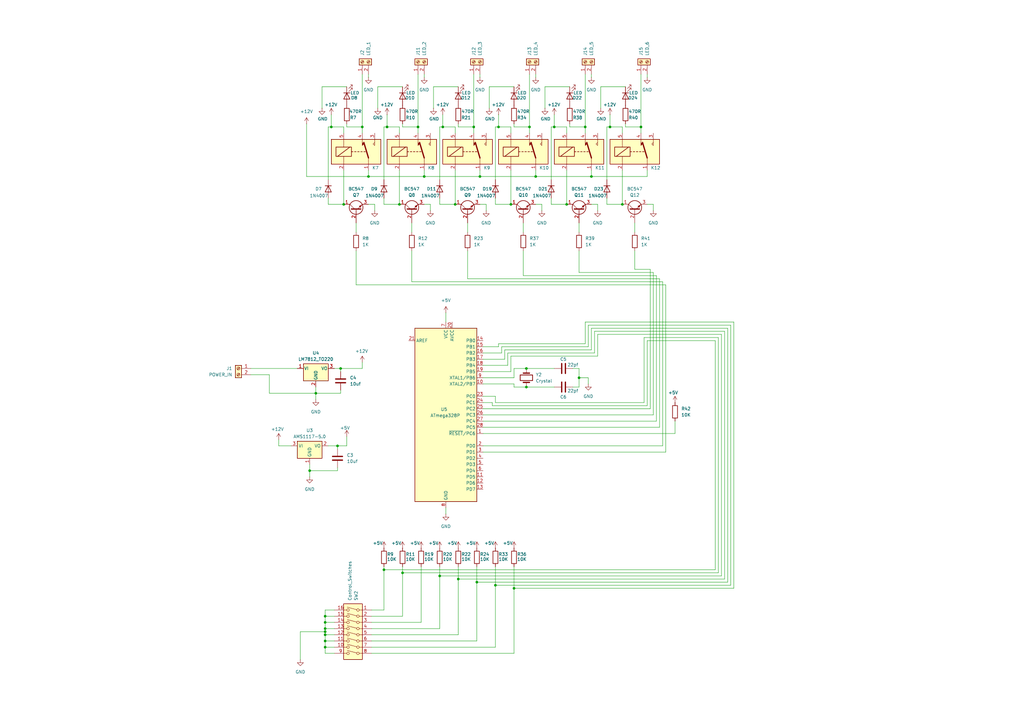
<source format=kicad_sch>
(kicad_sch (version 20231120) (generator "eeschema") (generator_version "8.0")
  (paper "A3")
  (title_block (title "Illuminated Signs control board (6-Pin)") (date "2024-08-31") (rev "1.0") (company "EmbeddedPioneer"))
  (junction (at 250.19 52.07))
  (junction (at 173.99 72.39))
  (junction (at 148.59 52.07))
  (junction (at 158.75 52.07))
  (junction (at 237.49 154.94))
  (junction (at 203.2 240.03))
  (junction (at 210.82 241.3))
  (junction (at 127 193.04))
  (junction (at 204.47 52.07))
  (junction (at 171.45 52.07))
  (junction (at 262.89 52.07))
  (junction (at 135.89 52.07))
  (junction (at 139.7 151.13))
  (junction (at 227.33 52.07))
  (junction (at 181.61 52.07))
  (junction (at 165.1 234.95))
  (junction (at 187.96 237.49))
  (junction (at 133.35 259.08))
  (junction (at 133.35 262.89))
  (junction (at 180.34 236.22))
  (junction (at 240.03 52.07))
  (junction (at 195.58 238.76))
  (junction (at 133.35 260.35))
  (junction (at 219.71 72.39))
  (junction (at 163.83 83.82))
  (junction (at 255.27 83.82))
  (junction (at 157.48 233.68))
  (junction (at 215.9 158.75))
  (junction (at 151.13 72.39))
  (junction (at 186.69 83.82))
  (junction (at 129.54 161.29))
  (junction (at 133.35 257.81))
  (junction (at 133.35 265.43))
  (junction (at 209.55 83.82))
  (junction (at 133.35 255.27))
  (junction (at 133.35 252.73))
  (junction (at 215.9 151.13))
  (junction (at 232.41 83.82))
  (junction (at 138.43 182.88))
  (junction (at 194.31 52.07))
  (junction (at 242.57 72.39))
  (junction (at 196.85 72.39))
  (junction (at 140.97 83.82))
  (junction (at 217.17 52.07))
  (wire (pts (xy 248.92 83.82) (xy 255.27 83.82)))
  (wire (pts (xy 300.99 132.08) (xy 240.03 132.08)))
  (wire (pts (xy 210.82 52.07) (xy 217.17 52.07)))
  (wire (pts (xy 110.49 153.67) (xy 110.49 161.29)))
  (wire (pts (xy 133.35 262.89) (xy 133.35 260.35)))
  (wire (pts (xy 180.34 236.22) (xy 180.34 257.81)))
  (wire (pts (xy 176.53 86.36) (xy 176.53 83.82)))
  (wire (pts (xy 148.59 52.07) (xy 148.59 54.61)))
  (wire (pts (xy 187.96 260.35) (xy 152.4 260.35)))
  (wire (pts (xy 186.69 52.07) (xy 186.69 54.61)))
  (wire (pts (xy 140.97 52.07) (xy 140.97 54.61)))
  (wire (pts (xy 195.58 238.76) (xy 195.58 262.89)))
  (wire (pts (xy 262.89 52.07) (xy 262.89 54.61)))
  (wire (pts (xy 265.43 139.7) (xy 265.43 166.37)))
  (wire (pts (xy 209.55 52.07) (xy 209.55 54.61)))
  (wire (pts (xy 157.48 232.41) (xy 157.48 233.68)))
  (wire (pts (xy 265.43 30.48) (xy 265.43 31.75)))
  (wire (pts (xy 165.1 52.07) (xy 171.45 52.07)))
  (wire (pts (xy 195.58 232.41) (xy 195.58 238.76)))
  (wire (pts (xy 219.71 72.39) (xy 196.85 72.39)))
  (wire (pts (xy 135.89 52.07) (xy 140.97 52.07)))
  (wire (pts (xy 298.45 238.76) (xy 195.58 238.76)))
  (wire (pts (xy 237.49 158.75) (xy 234.95 158.75)))
  (wire (pts (xy 219.71 69.85) (xy 219.71 72.39)))
  (wire (pts (xy 240.03 132.08) (xy 240.03 140.97)))
  (wire (pts (xy 165.1 234.95) (xy 294.64 234.95)))
  (wire (pts (xy 260.35 110.49) (xy 266.7 110.49)))
  (wire (pts (xy 203.2 52.07) (xy 204.47 52.07)))
  (wire (pts (xy 191.77 114.3) (xy 191.77 102.87)))
  (wire (pts (xy 176.53 83.82) (xy 173.99 83.82)))
  (wire (pts (xy 210.82 35.56) (xy 200.66 35.56)))
  (wire (pts (xy 256.54 52.07) (xy 262.89 52.07)))
  (wire (pts (xy 127 193.04) (xy 127 195.58)))
  (wire (pts (xy 237.49 91.44) (xy 237.49 95.25)))
  (wire (pts (xy 248.92 81.28) (xy 248.92 83.82)))
  (wire (pts (xy 203.2 265.43) (xy 152.4 265.43)))
  (wire (pts (xy 240.03 30.48) (xy 240.03 52.07)))
  (wire (pts (xy 154.94 35.56) (xy 154.94 44.45)))
  (wire (pts (xy 142.24 182.88) (xy 142.24 179.07)))
  (wire (pts (xy 200.66 35.56) (xy 200.66 44.45)))
  (wire (pts (xy 237.49 151.13) (xy 237.49 154.94)))
  (wire (pts (xy 205.74 144.78) (xy 198.12 144.78)))
  (wire (pts (xy 142.24 52.07) (xy 148.59 52.07)))
  (wire (pts (xy 134.62 182.88) (xy 138.43 182.88)))
  (wire (pts (xy 266.7 167.64) (xy 198.12 167.64)))
  (wire (pts (xy 168.91 91.44) (xy 168.91 95.25)))
  (wire (pts (xy 299.72 240.03) (xy 203.2 240.03)))
  (wire (pts (xy 133.35 262.89) (xy 137.16 262.89)))
  (wire (pts (xy 186.69 69.85) (xy 186.69 83.82)))
  (wire (pts (xy 293.37 233.68) (xy 157.48 233.68)))
  (wire (pts (xy 172.72 255.27) (xy 152.4 255.27)))
  (wire (pts (xy 242.57 143.51) (xy 207.01 143.51)))
  (wire (pts (xy 204.47 46.99) (xy 204.47 52.07)))
  (wire (pts (xy 215.9 151.13) (xy 227.33 151.13)))
  (wire (pts (xy 157.48 233.68) (xy 157.48 250.19)))
  (wire (pts (xy 123.19 259.08) (xy 133.35 259.08)))
  (wire (pts (xy 198.12 154.94) (xy 210.82 154.94)))
  (wire (pts (xy 157.48 250.19) (xy 152.4 250.19)))
  (wire (pts (xy 241.3 142.24) (xy 205.74 142.24)))
  (wire (pts (xy 293.37 139.7) (xy 293.37 233.68)))
  (wire (pts (xy 146.05 116.84) (xy 273.05 116.84)))
  (wire (pts (xy 242.57 30.48) (xy 242.57 31.75)))
  (wire (pts (xy 173.99 72.39) (xy 151.13 72.39)))
  (wire (pts (xy 242.57 134.62) (xy 242.57 143.51)))
  (wire (pts (xy 168.91 115.57) (xy 271.78 115.57)))
  (wire (pts (xy 205.74 142.24) (xy 205.74 144.78)))
  (wire (pts (xy 194.31 52.07) (xy 194.31 54.61)))
  (wire (pts (xy 298.45 134.62) (xy 242.57 134.62)))
  (wire (pts (xy 226.06 81.28) (xy 226.06 83.82)))
  (wire (pts (xy 139.7 151.13) (xy 148.59 151.13)))
  (wire (pts (xy 300.99 241.3) (xy 210.82 241.3)))
  (wire (pts (xy 248.92 73.66) (xy 248.92 52.07)))
  (wire (pts (xy 222.25 86.36) (xy 222.25 83.82)))
  (wire (pts (xy 201.93 165.1) (xy 198.12 165.1)))
  (wire (pts (xy 240.03 140.97) (xy 204.47 140.97)))
  (wire (pts (xy 295.91 137.16) (xy 295.91 236.22)))
  (wire (pts (xy 214.63 91.44) (xy 214.63 95.25)))
  (wire (pts (xy 195.58 262.89) (xy 152.4 262.89)))
  (wire (pts (xy 181.61 52.07) (xy 186.69 52.07)))
  (wire (pts (xy 299.72 133.35) (xy 299.72 240.03)))
  (wire (pts (xy 232.41 69.85) (xy 232.41 83.82)))
  (wire (pts (xy 146.05 91.44) (xy 146.05 95.25)))
  (wire (pts (xy 203.2 83.82) (xy 209.55 83.82)))
  (wire (pts (xy 140.97 69.85) (xy 140.97 83.82)))
  (wire (pts (xy 237.49 154.94) (xy 237.49 158.75)))
  (wire (pts (xy 172.72 232.41) (xy 172.72 255.27)))
  (wire (pts (xy 177.8 35.56) (xy 177.8 44.45)))
  (wire (pts (xy 241.3 154.94) (xy 237.49 154.94)))
  (wire (pts (xy 165.1 252.73) (xy 152.4 252.73)))
  (wire (pts (xy 210.82 151.13) (xy 215.9 151.13)))
  (wire (pts (xy 199.39 86.36) (xy 199.39 83.82)))
  (wire (pts (xy 233.68 50.8) (xy 233.68 52.07)))
  (wire (pts (xy 157.48 73.66) (xy 157.48 52.07)))
  (wire (pts (xy 271.78 115.57) (xy 271.78 182.88)))
  (wire (pts (xy 214.63 113.03) (xy 269.24 113.03)))
  (wire (pts (xy 214.63 102.87) (xy 214.63 113.03)))
  (wire (pts (xy 256.54 35.56) (xy 246.38 35.56)))
  (wire (pts (xy 203.2 162.56) (xy 198.12 162.56)))
  (wire (pts (xy 182.88 128.27) (xy 182.88 132.08)))
  (wire (pts (xy 133.35 257.81) (xy 137.16 257.81)))
  (wire (pts (xy 133.35 265.43) (xy 137.16 265.43)))
  (wire (pts (xy 163.83 69.85) (xy 163.83 83.82)))
  (wire (pts (xy 146.05 102.87) (xy 146.05 116.84)))
  (wire (pts (xy 204.47 142.24) (xy 198.12 142.24)))
  (wire (pts (xy 148.59 151.13) (xy 148.59 148.59)))
  (wire (pts (xy 123.19 270.51) (xy 123.19 259.08)))
  (wire (pts (xy 134.62 83.82) (xy 140.97 83.82)))
  (wire (pts (xy 165.1 234.95) (xy 165.1 252.73)))
  (wire (pts (xy 203.2 165.1) (xy 203.2 162.56)))
  (wire (pts (xy 264.16 165.1) (xy 203.2 165.1)))
  (wire (pts (xy 246.38 35.56) (xy 246.38 44.45)))
  (wire (pts (xy 222.25 83.82) (xy 219.71 83.82)))
  (wire (pts (xy 203.2 240.03) (xy 203.2 265.43)))
  (wire (pts (xy 181.61 46.99) (xy 181.61 52.07)))
  (wire (pts (xy 208.28 144.78) (xy 208.28 149.86)))
  (wire (pts (xy 217.17 30.48) (xy 217.17 52.07)))
  (wire (pts (xy 207.01 143.51) (xy 207.01 147.32)))
  (wire (pts (xy 151.13 30.48) (xy 151.13 31.75)))
  (wire (pts (xy 148.59 30.48) (xy 148.59 52.07)))
  (wire (pts (xy 210.82 157.48) (xy 210.82 158.75)))
  (wire (pts (xy 240.03 52.07) (xy 240.03 54.61)))
  (wire (pts (xy 182.88 208.28) (xy 182.88 210.82)))
  (wire (pts (xy 299.72 133.35) (xy 241.3 133.35)))
  (wire (pts (xy 129.54 161.29) (xy 139.7 161.29)))
  (wire (pts (xy 245.11 86.36) (xy 245.11 83.82)))
  (wire (pts (xy 191.77 91.44) (xy 191.77 95.25)))
  (wire (pts (xy 294.64 138.43) (xy 294.64 234.95)))
  (wire (pts (xy 242.57 83.82) (xy 245.11 83.82)))
  (wire (pts (xy 203.2 232.41) (xy 203.2 240.03)))
  (wire (pts (xy 227.33 52.07) (xy 232.41 52.07)))
  (wire (pts (xy 157.48 83.82) (xy 163.83 83.82)))
  (wire (pts (xy 171.45 30.48) (xy 171.45 52.07)))
  (wire (pts (xy 129.54 161.29) (xy 129.54 158.75)))
  (wire (pts (xy 204.47 140.97) (xy 204.47 142.24)))
  (wire (pts (xy 135.89 46.99) (xy 135.89 52.07)))
  (wire (pts (xy 133.35 257.81) (xy 133.35 255.27)))
  (wire (pts (xy 207.01 147.32) (xy 198.12 147.32)))
  (wire (pts (xy 132.08 35.56) (xy 132.08 44.45)))
  (wire (pts (xy 265.43 166.37) (xy 201.93 166.37)))
  (wire (pts (xy 270.51 175.26) (xy 198.12 175.26)))
  (wire (pts (xy 232.41 52.07) (xy 232.41 54.61)))
  (wire (pts (xy 210.82 241.3) (xy 210.82 267.97)))
  (wire (pts (xy 273.05 116.84) (xy 273.05 185.42)))
  (wire (pts (xy 165.1 232.41) (xy 165.1 234.95)))
  (wire (pts (xy 142.24 50.8) (xy 142.24 52.07)))
  (wire (pts (xy 134.62 52.07) (xy 135.89 52.07)))
  (wire (pts (xy 196.85 69.85) (xy 196.85 72.39)))
  (wire (pts (xy 266.7 110.49) (xy 266.7 167.64)))
  (wire (pts (xy 134.62 73.66) (xy 134.62 52.07)))
  (wire (pts (xy 226.06 52.07) (xy 227.33 52.07)))
  (wire (pts (xy 127 190.5) (xy 127 193.04)))
  (wire (pts (xy 114.3 182.88) (xy 114.3 180.34)))
  (wire (pts (xy 250.19 46.99) (xy 250.19 52.07)))
  (wire (pts (xy 180.34 52.07) (xy 181.61 52.07)))
  (wire (pts (xy 138.43 182.88) (xy 142.24 182.88)))
  (wire (pts (xy 137.16 267.97) (xy 133.35 267.97)))
  (wire (pts (xy 271.78 182.88) (xy 198.12 182.88)))
  (wire (pts (xy 158.75 52.07) (xy 163.83 52.07)))
  (wire (pts (xy 138.43 193.04) (xy 127 193.04)))
  (wire (pts (xy 187.96 232.41) (xy 187.96 237.49)))
  (wire (pts (xy 210.82 50.8) (xy 210.82 52.07)))
  (wire (pts (xy 215.9 158.75) (xy 227.33 158.75)))
  (wire (pts (xy 151.13 69.85) (xy 151.13 72.39)))
  (wire (pts (xy 157.48 52.07) (xy 158.75 52.07)))
  (wire (pts (xy 294.64 138.43) (xy 264.16 138.43)))
  (wire (pts (xy 256.54 50.8) (xy 256.54 52.07)))
  (wire (pts (xy 199.39 83.82) (xy 196.85 83.82)))
  (wire (pts (xy 168.91 102.87) (xy 168.91 115.57)))
  (wire (pts (xy 133.35 250.19) (xy 137.16 250.19)))
  (wire (pts (xy 267.97 111.76) (xy 267.97 170.18)))
  (wire (pts (xy 138.43 191.77) (xy 138.43 193.04)))
  (wire (pts (xy 297.18 135.89) (xy 243.84 135.89)))
  (wire (pts (xy 255.27 69.85) (xy 255.27 83.82)))
  (wire (pts (xy 102.87 151.13) (xy 121.92 151.13)))
  (wire (pts (xy 133.35 260.35) (xy 133.35 259.08)))
  (wire (pts (xy 165.1 50.8) (xy 165.1 52.07)))
  (wire (pts (xy 153.67 83.82) (xy 153.67 86.36)))
  (wire (pts (xy 191.77 114.3) (xy 270.51 114.3)))
  (wire (pts (xy 300.99 132.08) (xy 300.99 241.3)))
  (wire (pts (xy 264.16 138.43) (xy 264.16 165.1)))
  (wire (pts (xy 270.51 114.3) (xy 270.51 175.26)))
  (wire (pts (xy 163.83 52.07) (xy 163.83 54.61)))
  (wire (pts (xy 133.35 260.35) (xy 137.16 260.35)))
  (wire (pts (xy 133.35 252.73) (xy 133.35 250.19)))
  (wire (pts (xy 133.35 252.73) (xy 137.16 252.73)))
  (wire (pts (xy 295.91 236.22) (xy 180.34 236.22)))
  (wire (pts (xy 245.11 137.16) (xy 245.11 146.05)))
  (wire (pts (xy 204.47 52.07) (xy 209.55 52.07)))
  (wire (pts (xy 196.85 30.48) (xy 196.85 31.75)))
  (wire (pts (xy 157.48 81.28) (xy 157.48 83.82)))
  (wire (pts (xy 180.34 232.41) (xy 180.34 236.22)))
  (wire (pts (xy 210.82 158.75) (xy 215.9 158.75)))
  (wire (pts (xy 243.84 144.78) (xy 208.28 144.78)))
  (wire (pts (xy 267.97 83.82) (xy 267.97 86.36)))
  (wire (pts (xy 297.18 135.89) (xy 297.18 237.49)))
  (wire (pts (xy 276.86 177.8) (xy 276.86 172.72)))
  (wire (pts (xy 165.1 35.56) (xy 154.94 35.56)))
  (wire (pts (xy 187.96 50.8) (xy 187.96 52.07)))
  (wire (pts (xy 242.57 72.39) (xy 219.71 72.39)))
  (wire (pts (xy 233.68 52.07) (xy 240.03 52.07)))
  (wire (pts (xy 233.68 35.56) (xy 223.52 35.56)))
  (wire (pts (xy 198.12 177.8) (xy 276.86 177.8)))
  (wire (pts (xy 125.73 50.8) (xy 125.73 72.39)))
  (wire (pts (xy 137.16 151.13) (xy 139.7 151.13)))
  (wire (pts (xy 267.97 170.18) (xy 198.12 170.18)))
  (wire (pts (xy 269.24 172.72) (xy 198.12 172.72)))
  (wire (pts (xy 219.71 30.48) (xy 219.71 31.75)))
  (wire (pts (xy 114.3 182.88) (xy 119.38 182.88)))
  (wire (pts (xy 133.35 267.97) (xy 133.35 265.43)))
  (wire (pts (xy 241.3 133.35) (xy 241.3 142.24)))
  (wire (pts (xy 187.96 35.56) (xy 177.8 35.56)))
  (wire (pts (xy 173.99 69.85) (xy 173.99 72.39)))
  (wire (pts (xy 209.55 152.4) (xy 198.12 152.4)))
  (wire (pts (xy 173.99 30.48) (xy 173.99 31.75)))
  (wire (pts (xy 248.92 52.07) (xy 250.19 52.07)))
  (wire (pts (xy 133.35 255.27) (xy 137.16 255.27)))
  (wire (pts (xy 298.45 134.62) (xy 298.45 238.76)))
  (wire (pts (xy 133.35 255.27) (xy 133.35 252.73)))
  (wire (pts (xy 210.82 232.41) (xy 210.82 241.3)))
  (wire (pts (xy 217.17 52.07) (xy 217.17 54.61)))
  (wire (pts (xy 110.49 161.29) (xy 129.54 161.29)))
  (wire (pts (xy 129.54 161.29) (xy 129.54 163.83)))
  (wire (pts (xy 245.11 146.05) (xy 209.55 146.05)))
  (wire (pts (xy 194.31 30.48) (xy 194.31 52.07)))
  (wire (pts (xy 260.35 102.87) (xy 260.35 110.49)))
  (wire (pts (xy 242.57 69.85) (xy 242.57 72.39)))
  (wire (pts (xy 133.35 259.08) (xy 133.35 257.81)))
  (wire (pts (xy 234.95 151.13) (xy 237.49 151.13)))
  (wire (pts (xy 151.13 72.39) (xy 125.73 72.39)))
  (wire (pts (xy 237.49 111.76) (xy 237.49 102.87)))
  (wire (pts (xy 138.43 182.88) (xy 138.43 184.15)))
  (wire (pts (xy 187.96 52.07) (xy 194.31 52.07)))
  (wire (pts (xy 187.96 237.49) (xy 187.96 260.35)))
  (wire (pts (xy 139.7 152.4) (xy 139.7 151.13)))
  (wire (pts (xy 295.91 137.16) (xy 245.11 137.16)))
  (wire (pts (xy 142.24 35.56) (xy 132.08 35.56)))
  (wire (pts (xy 265.43 72.39) (xy 242.57 72.39)))
  (wire (pts (xy 223.52 35.56) (xy 223.52 44.45)))
  (wire (pts (xy 260.35 91.44) (xy 260.35 95.25)))
  (wire (pts (xy 262.89 30.48) (xy 262.89 52.07)))
  (wire (pts (xy 180.34 83.82) (xy 186.69 83.82)))
  (wire (pts (xy 210.82 151.13) (xy 210.82 154.94)))
  (wire (pts (xy 250.19 52.07) (xy 255.27 52.07)))
  (wire (pts (xy 171.45 52.07) (xy 171.45 54.61)))
  (wire (pts (xy 198.12 157.48) (xy 210.82 157.48)))
  (wire (pts (xy 297.18 237.49) (xy 187.96 237.49)))
  (wire (pts (xy 133.35 265.43) (xy 133.35 262.89)))
  (wire (pts (xy 226.06 73.66) (xy 226.06 52.07)))
  (wire (pts (xy 201.93 166.37) (xy 201.93 165.1)))
  (wire (pts (xy 158.75 46.99) (xy 158.75 52.07)))
  (wire (pts (xy 203.2 73.66) (xy 203.2 52.07)))
  (wire (pts (xy 152.4 267.97) (xy 210.82 267.97)))
  (wire (pts (xy 269.24 113.03) (xy 269.24 172.72)))
  (wire (pts (xy 255.27 52.07) (xy 255.27 54.61)))
  (wire (pts (xy 180.34 81.28) (xy 180.34 83.82)))
  (wire (pts (xy 203.2 81.28) (xy 203.2 83.82)))
  (wire (pts (xy 241.3 157.48) (xy 241.3 154.94)))
  (wire (pts (xy 180.34 73.66) (xy 180.34 52.07)))
  (wire (pts (xy 209.55 146.05) (xy 209.55 152.4)))
  (wire (pts (xy 134.62 81.28) (xy 134.62 83.82)))
  (wire (pts (xy 196.85 72.39) (xy 173.99 72.39)))
  (wire (pts (xy 237.49 111.76) (xy 267.97 111.76)))
  (wire (pts (xy 293.37 139.7) (xy 265.43 139.7)))
  (wire (pts (xy 209.55 69.85) (xy 209.55 83.82)))
  (wire (pts (xy 265.43 69.85) (xy 265.43 72.39)))
  (wire (pts (xy 243.84 135.89) (xy 243.84 144.78)))
  (wire (pts (xy 265.43 83.82) (xy 267.97 83.82)))
  (wire (pts (xy 180.34 257.81) (xy 152.4 257.81)))
  (wire (pts (xy 227.33 46.99) (xy 227.33 52.07)))
  (wire (pts (xy 226.06 83.82) (xy 232.41 83.82)))
  (wire (pts (xy 102.87 153.67) (xy 110.49 153.67)))
  (wire (pts (xy 208.28 149.86) (xy 198.12 149.86)))
  (wire (pts (xy 151.13 83.82) (xy 153.67 83.82)))
  (wire (pts (xy 273.05 185.42) (xy 198.12 185.42)))
  (wire (pts (xy 139.7 161.29) (xy 139.7 160.02)))
  (symbol (lib_id "Connector:Screw_Terminal_01x02") (at 148.59 25.4 90) (unit 1)
    (property "Reference" "J2" (at 148.5899 22.86 0) (effects (justify left)))
    (property "Value" "LED_1" (at 151.1299 22.86 0) (effects (justify left)))
    (property "Description" "Generic screw terminal, single row, 01x02, script generated (kicad-library-utils/schlib/autogen/connector/)" (effects (hide yes)))
  )
  (symbol (lib_id "Device:R") (at 165.1 46.99 0) (mirror x) (unit 1)
    (property "Reference" "R10" (at 166.37 48.26 0) (effects (justify left)))
    (property "Value" "470R" (at 166.37 45.72 0) (effects (justify left)))
    (property "Footprint" "Resistor_THT:R_Axial_DIN0207_L6.3mm_D2.5mm_P10.16mm_Horizontal" (effects (hide yes)))
    (property "Description" "Resistor" (effects (hide yes)))
  )
  (symbol (lib_id "power:+12V") (at 114.3 180.34 0) (unit 1)
    (property "Reference" "#PWR05" (effects (hide yes)))
    (property "Value" "+12V" (at 113.792 176.022 0))
    (property "Description" "Power symbol creates a global label with name \"+12V\"" (effects (hide yes)))
  )
  (symbol (lib_id "Device:R") (at 195.58 228.6 0) (unit 1)
    (property "Reference" "R24" (at 196.85 227.33 0) (effects (justify left)))
    (property "Value" "10K" (at 196.85 229.362 0) (effects (justify left)))
    (property "Footprint" "Resistor_THT:R_Axial_DIN0207_L6.3mm_D2.5mm_P10.16mm_Horizontal" (effects (hide yes)))
    (property "Description" "Resistor" (effects (hide yes)))
  )
  (symbol (lib_id "Device:R") (at 210.82 46.99 0) (mirror x) (unit 1)
    (property "Reference" "R34" (at 212.09 48.26 0) (effects (justify left)))
    (property "Value" "470R" (at 212.09 45.72 0) (effects (justify left)))
    (property "Footprint" "Resistor_THT:R_Axial_DIN0207_L6.3mm_D2.5mm_P10.16mm_Horizontal" (effects (hide yes)))
    (property "Description" "Resistor" (effects (hide yes)))
  )
  (symbol (lib_id "power:+5V") (at 158.75 46.99 0) (unit 1)
    (property "Reference" "#PWR028" (effects (hide yes)))
    (property "Value" "+12V" (at 155.956 42.926 0) (effects (justify left)))
    (property "Description" "Power symbol creates a global label with name \"+5V\"" (effects (hide yes)))
  )
  (symbol (lib_id "Device:R") (at 210.82 228.6 0) (unit 1)
    (property "Reference" "R36" (at 212.09 227.33 0) (effects (justify left)))
    (property "Value" "10K" (at 212.09 229.362 0) (effects (justify left)))
    (property "Footprint" "Resistor_THT:R_Axial_DIN0207_L6.3mm_D2.5mm_P10.16mm_Horizontal" (effects (hide yes)))
    (property "Description" "Resistor" (effects (hide yes)))
  )
  (symbol (lib_id "Transistor_BJT:BC547") (at 260.35 86.36 90) (unit 1)
    (property "Reference" "Q12" (at 260.35 80.01 90))
    (property "Value" "BC547" (at 260.35 77.47 90))
    (property "Footprint" "Package_TO_SOT_THT:TO-92_Inline" (effects (hide yes)))
    (property "Datasheet" "https://www.onsemi.com/pub/Collateral/BC550-D.pdf" (effects (hide yes)))
    (property "Description" "0.1A Ic, 45V Vce, Small Signal NPN Transistor, TO-92" (effects (hide yes)))
  )
  (symbol (lib_id "power:GND") (at 129.54 163.83 0) (unit 1)
    (property "Reference" "#PWR013" (effects (hide yes)))
    (property "Value" "GND" (at 129.54 168.91 0))
    (property "Description" "Power symbol creates a global label with name \"GND\" , ground" (effects (hide yes)))
  )
  (symbol (lib_id "Diode:1N4007") (at 180.34 77.47 270) (unit 1)
    (property "Reference" "D11" (at 175.006 77.47 90) (effects (justify left)))
    (property "Value" "1N4007" (at 172.72 80.264 90) (effects (justify left)))
    (property "Footprint" "Diode_THT:D_DO-41_SOD81_P10.16mm_Horizontal" (effects (hide yes)))
    (property "Datasheet" "http://www.vishay.com/docs/88503/1n4001.pdf" (effects (hide yes)))
    (property "Description" "1000V 1A General Purpose Rectifier Diode, DO-41" (effects (hide yes)))
    (property "Sim.Device" "D" (effects (hide yes)))
    (property "Sim.Pins" "1=K 2=A" (effects (hide yes)))
  )
  (symbol (lib_id "power:GND") (at 153.67 86.36 0) (unit 1)
    (property "Reference" "#PWR025" (effects (hide yes)))
    (property "Value" "GND" (at 153.67 91.44 0))
    (property "Description" "Power symbol creates a global label with name \"GND\" , ground" (effects (hide yes)))
  )
  (symbol (lib_id "Relay:SANYOU_SRD_Form_C") (at 168.91 62.23 0) (unit 1)
    (property "Reference" "K8" (at 175.514 68.834 0) (effects (justify left)))
    (property "Value" "SANYOU_SRD_Form_C" (effects (hide yes)))
    (property "Footprint" "Relay_THT:Relay_SPDT_SANYOU_SRD_Series_Form_C" (effects (hide yes)))
    (property "Datasheet" "http://www.sanyourelay.ca/public/products/pdf/SRD.pdf" (effects (hide yes)))
    (property "Description" "Sanyo SRD relay, Single Pole Miniature Power Relay," (effects (hide yes)))
  )
  (symbol (lib_id "Diode:1N4007") (at 157.48 77.47 270) (unit 1)
    (property "Reference" "D9" (at 152.146 77.47 90) (effects (justify left)))
    (property "Value" "1N4007" (at 149.86 80.264 90) (effects (justify left)))
    (property "Footprint" "Diode_THT:D_DO-41_SOD81_P10.16mm_Horizontal" (effects (hide yes)))
    (property "Datasheet" "http://www.vishay.com/docs/88503/1n4001.pdf" (effects (hide yes)))
    (property "Description" "1000V 1A General Purpose Rectifier Diode, DO-41" (effects (hide yes)))
    (property "Sim.Device" "D" (effects (hide yes)))
    (property "Sim.Pins" "1=K 2=A" (effects (hide yes)))
  )
  (symbol (lib_id "Connector:Screw_Terminal_01x02") (at 262.89 25.4 90) (unit 1)
    (property "Reference" "J15" (at 262.8899 22.86 0) (effects (justify left)))
    (property "Value" "LED_6" (at 265.4299 22.86 0) (effects (justify left)))
    (property "Description" "Generic screw terminal, single row, 01x02, script generated (kicad-library-utils/schlib/autogen/connector/)" (effects (hide yes)))
  )
  (symbol (lib_id "power:+5V") (at 276.86 165.1 0) (unit 1)
    (property "Reference" "#PWR082" (effects (hide yes)))
    (property "Value" "+5V" (at 276.098 161.036 0))
    (property "Description" "Power symbol creates a global label with name \"+5V\"" (effects (hide yes)))
  )
  (symbol (lib_id "Switch:SW_DIP_x08") (at 144.78 260.35 0) (mirror y) (unit 1)
    (property "Reference" "SW2" (at 146.0501 246.38 90) (effects (justify left)))
    (property "Value" "Control_Switches" (at 143.5101 246.38 90) (effects (justify left)))
    (property "Footprint" "Button_Switch_THT:SW_DIP_SPSTx08_Slide_9.78x22.5mm_W7.62mm_P2.54mm" (effects (hide yes)))
    (property "Description" "8x DIP Switch, Single Pole Single Throw (SPST) switch, small symbol" (effects (hide yes)))
  )
  (symbol (lib_id "Device:R") (at 276.86 168.91 0) (unit 1)
    (property "Reference" "R42" (at 279.4 167.6399 0) (effects (justify left)))
    (property "Value" "10K" (at 279.4 170.1799 0) (effects (justify left)))
    (property "Footprint" "Resistor_THT:R_Axial_DIN0207_L6.3mm_D2.5mm_P10.16mm_Horizontal" (effects (hide yes)))
    (property "Description" "Resistor" (effects (hide yes)))
  )
  (symbol (lib_id "power:GND") (at 154.94 44.45 0) (unit 1)
    (property "Reference" "#PWR026" (effects (hide yes)))
    (property "Value" "GND" (at 154.94 48.26 0))
    (property "Description" "Power symbol creates a global label with name \"GND\" , ground" (effects (hide yes)))
  )
  (symbol (lib_id "power:GND") (at 123.19 270.51 0) (unit 1)
    (property "Reference" "#PWR06" (effects (hide yes)))
    (property "Value" "GND" (at 123.19 275.59 0))
    (property "Description" "Power symbol creates a global label with name \"GND\" , ground" (effects (hide yes)))
  )
  (symbol (lib_id "power:+5V") (at 165.1 224.79 0) (unit 1)
    (property "Reference" "#PWR029" (effects (hide yes)))
    (property "Value" "+5V" (at 162.56 222.758 0))
    (property "Description" "Power symbol creates a global label with name \"+5V\"" (effects (hide yes)))
  )
  (symbol (lib_id "Transistor_BJT:BC547") (at 214.63 86.36 90) (unit 1)
    (property "Reference" "Q10" (at 214.63 80.01 90))
    (property "Value" "BC547" (at 214.63 77.47 90))
    (property "Footprint" "Package_TO_SOT_THT:TO-92_Inline" (effects (hide yes)))
    (property "Datasheet" "https://www.onsemi.com/pub/Collateral/BC550-D.pdf" (effects (hide yes)))
    (property "Description" "0.1A Ic, 45V Vce, Small Signal NPN Transistor, TO-92" (effects (hide yes)))
  )
  (symbol (lib_id "Relay:SANYOU_SRD_Form_C") (at 214.63 62.23 0) (unit 1)
    (property "Reference" "K10" (at 221.234 68.834 0) (effects (justify left)))
    (property "Value" "SANYOU_SRD_Form_C" (effects (hide yes)))
    (property "Footprint" "Relay_THT:Relay_SPDT_SANYOU_SRD_Series_Form_C" (effects (hide yes)))
    (property "Datasheet" "http://www.sanyourelay.ca/public/products/pdf/SRD.pdf" (effects (hide yes)))
    (property "Description" "Sanyo SRD relay, Single Pole Miniature Power Relay," (effects (hide yes)))
  )
  (symbol (lib_id "Connector:Screw_Terminal_01x02") (at 217.17 25.4 90) (unit 1)
    (property "Reference" "J13" (at 217.1699 22.86 0) (effects (justify left)))
    (property "Value" "LED_4" (at 219.7099 22.86 0) (effects (justify left)))
    (property "Description" "Generic screw terminal, single row, 01x02, script generated (kicad-library-utils/schlib/autogen/connector/)" (effects (hide yes)))
  )
  (symbol (lib_id "Device:LED") (at 256.54 39.37 90) (mirror x) (unit 1)
    (property "Reference" "D24" (at 259.588 40.132 90))
    (property "Value" "LED" (at 259.842 38.1 90))
    (property "Footprint" "LED_THT:LED_D3.0mm" (effects (hide yes)))
    (property "Description" "Light emitting diode" (effects (hide yes)))
  )
  (symbol (lib_id "Connector:Screw_Terminal_01x02") (at 194.31 25.4 90) (unit 1)
    (property "Reference" "J12" (at 194.3099 22.86 0) (effects (justify left)))
    (property "Value" "LED_3" (at 196.8499 22.86 0) (effects (justify left)))
    (property "Description" "Generic screw terminal, single row, 01x02, script generated (kicad-library-utils/schlib/autogen/connector/)" (effects (hide yes)))
  )
  (symbol (lib_id "Relay:SANYOU_SRD_Form_C") (at 260.35 62.23 0) (unit 1)
    (property "Reference" "K12" (at 266.954 68.834 0) (effects (justify left)))
    (property "Value" "SANYOU_SRD_Form_C" (effects (hide yes)))
    (property "Footprint" "Relay_THT:Relay_SPDT_SANYOU_SRD_Series_Form_C" (effects (hide yes)))
    (property "Datasheet" "http://www.sanyourelay.ca/public/products/pdf/SRD.pdf" (effects (hide yes)))
    (property "Description" "Sanyo SRD relay, Single Pole Miniature Power Relay," (effects (hide yes)))
  )
  (symbol (lib_id "power:GND") (at 267.97 86.36 0) (unit 1)
    (property "Reference" "#PWR081" (effects (hide yes)))
    (property "Value" "GND" (at 267.97 91.44 0))
    (property "Description" "Power symbol creates a global label with name \"GND\" , ground" (effects (hide yes)))
  )
  (symbol (lib_id "Device:R") (at 146.05 99.06 0) (unit 1)
    (property "Reference" "R8" (at 148.59 97.7899 0) (effects (justify left)))
    (property "Value" "1K" (at 148.59 100.3299 0) (effects (justify left)))
    (property "Footprint" "Resistor_THT:R_Axial_DIN0207_L6.3mm_D2.5mm_P10.16mm_Horizontal" (effects (hide yes)))
    (property "Description" "Resistor" (effects (hide yes)))
  )
  (symbol (lib_id "power:+5V") (at 142.24 179.07 0) (unit 1)
    (property "Reference" "#PWR016" (effects (hide yes)))
    (property "Value" "+5V" (at 141.478 175.514 0))
    (property "Description" "Power symbol creates a global label with name \"+5V\"" (effects (hide yes)))
  )
  (symbol (lib_id "power:+5V") (at 181.61 46.99 0) (unit 1)
    (property "Reference" "#PWR042" (effects (hide yes)))
    (property "Value" "+12V" (at 178.816 42.926 0) (effects (justify left)))
    (property "Description" "Power symbol creates a global label with name \"+5V\"" (effects (hide yes)))
  )
  (symbol (lib_id "Transistor_BJT:BC547") (at 146.05 86.36 90) (unit 1)
    (property "Reference" "Q7" (at 146.05 80.01 90))
    (property "Value" "BC547" (at 146.05 77.47 90))
    (property "Footprint" "Package_TO_SOT_THT:TO-92_Inline" (effects (hide yes)))
    (property "Datasheet" "https://www.onsemi.com/pub/Collateral/BC550-D.pdf" (effects (hide yes)))
    (property "Description" "0.1A Ic, 45V Vce, Small Signal NPN Transistor, TO-92" (effects (hide yes)))
  )
  (symbol (lib_id "Device:LED") (at 210.82 39.37 90) (mirror x) (unit 1)
    (property "Reference" "D20" (at 213.868 40.132 90))
    (property "Value" "LED" (at 214.122 38.1 90))
    (property "Footprint" "LED_THT:LED_D3.0mm" (effects (hide yes)))
    (property "Description" "Light emitting diode" (effects (hide yes)))
  )
  (symbol (lib_id "Device:R") (at 165.1 228.6 0) (unit 1)
    (property "Reference" "R11" (at 166.37 227.33 0) (effects (justify left)))
    (property "Value" "10K" (at 166.37 229.362 0) (effects (justify left)))
    (property "Footprint" "Resistor_THT:R_Axial_DIN0207_L6.3mm_D2.5mm_P10.16mm_Horizontal" (effects (hide yes)))
    (property "Description" "Resistor" (effects (hide yes)))
  )
  (symbol (lib_id "power:GND") (at 200.66 44.45 0) (unit 1)
    (property "Reference" "#PWR055" (effects (hide yes)))
    (property "Value" "GND" (at 200.914 48.768 0))
    (property "Description" "Power symbol creates a global label with name \"GND\" , ground" (effects (hide yes)))
  )
  (symbol (lib_id "Connector:Screw_Terminal_01x02") (at 240.03 25.4 90) (unit 1)
    (property "Reference" "J14" (at 240.0299 22.86 0) (effects (justify left)))
    (property "Value" "LED_5" (at 242.5699 22.86 0) (effects (justify left)))
    (property "Description" "Generic screw terminal, single row, 01x02, script generated (kicad-library-utils/schlib/autogen/connector/)" (effects (hide yes)))
  )
  (symbol (lib_id "Relay:SANYOU_SRD_Form_C") (at 146.05 62.23 0) (unit 1)
    (property "Reference" "K7" (at 152.654 68.834 0) (effects (justify left)))
    (property "Value" "SANYOU_SRD_Form_C" (effects (hide yes)))
    (property "Footprint" "Relay_THT:Relay_SPDT_SANYOU_SRD_Series_Form_C" (effects (hide yes)))
    (property "Datasheet" "http://www.sanyourelay.ca/public/products/pdf/SRD.pdf" (effects (hide yes)))
    (property "Description" "Sanyo SRD relay, Single Pole Miniature Power Relay," (effects (hide yes)))
  )
  (symbol (lib_id "Device:R") (at 260.35 99.06 0) (unit 1)
    (property "Reference" "R41" (at 262.89 97.7899 0) (effects (justify left)))
    (property "Value" "1K" (at 262.89 100.3299 0) (effects (justify left)))
    (property "Footprint" "Resistor_THT:R_Axial_DIN0207_L6.3mm_D2.5mm_P10.16mm_Horizontal" (effects (hide yes)))
    (property "Description" "Resistor" (effects (hide yes)))
  )
  (symbol (lib_id "Connector:Screw_Terminal_01x02") (at 171.45 25.4 90) (unit 1)
    (property "Reference" "J11" (at 171.4499 22.86 0) (effects (justify left)))
    (property "Value" "LED_2" (at 173.9899 22.86 0) (effects (justify left)))
    (property "Description" "Generic screw terminal, single row, 01x02, script generated (kicad-library-utils/schlib/autogen/connector/)" (effects (hide yes)))
  )
  (symbol (lib_id "Diode:1N4007") (at 226.06 77.47 270) (unit 1)
    (property "Reference" "D21" (at 220.726 77.47 90) (effects (justify left)))
    (property "Value" "1N4007" (at 218.44 80.264 90) (effects (justify left)))
    (property "Footprint" "Diode_THT:D_DO-41_SOD81_P10.16mm_Horizontal" (effects (hide yes)))
    (property "Datasheet" "http://www.vishay.com/docs/88503/1n4001.pdf" (effects (hide yes)))
    (property "Description" "1000V 1A General Purpose Rectifier Diode, DO-41" (effects (hide yes)))
    (property "Sim.Device" "D" (effects (hide yes)))
    (property "Sim.Pins" "1=K 2=A" (effects (hide yes)))
  )
  (symbol (lib_id "power:GND") (at 176.53 86.36 0) (unit 1)
    (property "Reference" "#PWR039" (effects (hide yes)))
    (property "Value" "GND" (at 176.53 91.44 0))
    (property "Description" "Power symbol creates a global label with name \"GND\" , ground" (effects (hide yes)))
  )
  (symbol (lib_id "power:+5V") (at 227.33 46.99 0) (unit 1)
    (property "Reference" "#PWR074" (effects (hide yes)))
    (property "Value" "+12V" (at 224.536 42.926 0) (effects (justify left)))
    (property "Description" "Power symbol creates a global label with name \"+5V\"" (effects (hide yes)))
  )
  (symbol (lib_id "power:GND") (at 222.25 86.36 0) (unit 1)
    (property "Reference" "#PWR070" (effects (hide yes)))
    (property "Value" "GND" (at 222.25 91.44 0))
    (property "Description" "Power symbol creates a global label with name \"GND\" , ground" (effects (hide yes)))
  )
  (symbol (lib_id "power:+5V") (at 182.88 128.27 0) (unit 1)
    (property "Reference" "#PWR043" (effects (hide yes)))
    (property "Value" "+5V" (at 182.88 123.19 0))
    (property "Description" "Power symbol creates a global label with name \"+5V\"" (effects (hide yes)))
  )
  (symbol (lib_id "Diode:1N4007") (at 248.92 77.47 270) (unit 1)
    (property "Reference" "D23" (at 243.586 77.47 90) (effects (justify left)))
    (property "Value" "1N4007" (at 241.3 80.264 90) (effects (justify left)))
    (property "Footprint" "Diode_THT:D_DO-41_SOD81_P10.16mm_Horizontal" (effects (hide yes)))
    (property "Datasheet" "http://www.vishay.com/docs/88503/1n4001.pdf" (effects (hide yes)))
    (property "Description" "1000V 1A General Purpose Rectifier Diode, DO-41" (effects (hide yes)))
    (property "Sim.Device" "D" (effects (hide yes)))
    (property "Sim.Pins" "1=K 2=A" (effects (hide yes)))
  )
  (symbol (lib_id "Device:R") (at 233.68 46.99 0) (mirror x) (unit 1)
    (property "Reference" "R38" (at 234.95 48.26 0) (effects (justify left)))
    (property "Value" "470R" (at 234.95 45.72 0) (effects (justify left)))
    (property "Footprint" "Resistor_THT:R_Axial_DIN0207_L6.3mm_D2.5mm_P10.16mm_Horizontal" (effects (hide yes)))
    (property "Description" "Resistor" (effects (hide yes)))
  )
  (symbol (lib_id "power:GND") (at 241.3 157.48 0) (unit 1)
    (property "Reference" "#PWR075" (effects (hide yes)))
    (property "Value" "GND" (at 241.3 162.56 0))
    (property "Description" "Power symbol creates a global label with name \"GND\" , ground" (effects (hide yes)))
  )
  (symbol (lib_id "power:GND") (at 196.85 31.75 0) (unit 1)
    (property "Reference" "#PWR053" (effects (hide yes)))
    (property "Value" "GND" (at 196.85 36.83 0))
    (property "Description" "Power symbol creates a global label with name \"GND\" , ground" (effects (hide yes)))
  )
  (symbol (lib_id "Device:R") (at 168.91 99.06 0) (unit 1)
    (property "Reference" "R12" (at 171.45 97.7899 0) (effects (justify left)))
    (property "Value" "1K" (at 171.45 100.3299 0) (effects (justify left)))
    (property "Footprint" "Resistor_THT:R_Axial_DIN0207_L6.3mm_D2.5mm_P10.16mm_Horizontal" (effects (hide yes)))
    (property "Description" "Resistor" (effects (hide yes)))
  )
  (symbol (lib_id "Device:R") (at 172.72 228.6 0) (unit 1)
    (property "Reference" "R19" (at 173.99 227.33 0) (effects (justify left)))
    (property "Value" "10K" (at 173.99 229.362 0) (effects (justify left)))
    (property "Footprint" "Resistor_THT:R_Axial_DIN0207_L6.3mm_D2.5mm_P10.16mm_Horizontal" (effects (hide yes)))
    (property "Description" "Resistor" (effects (hide yes)))
  )
  (symbol (lib_id "Device:LED") (at 165.1 39.37 90) (mirror x) (unit 1)
    (property "Reference" "D10" (at 168.148 40.132 90))
    (property "Value" "LED" (at 168.402 38.1 90))
    (property "Footprint" "LED_THT:LED_D3.0mm" (effects (hide yes)))
    (property "Description" "Light emitting diode" (effects (hide yes)))
  )
  (symbol (lib_id "Device:R") (at 142.24 46.99 0) (mirror x) (unit 1)
    (property "Reference" "R7" (at 143.51 48.26 0) (effects (justify left)))
    (property "Value" "470R" (at 143.256 45.72 0) (effects (justify left)))
    (property "Footprint" "Resistor_THT:R_Axial_DIN0207_L6.3mm_D2.5mm_P10.16mm_Horizontal" (effects (hide yes)))
    (property "Description" "Resistor" (effects (hide yes)))
  )
  (symbol (lib_id "Device:R") (at 180.34 228.6 0) (unit 1)
    (property "Reference" "R20" (at 181.61 227.33 0) (effects (justify left)))
    (property "Value" "10K" (at 181.61 229.362 0) (effects (justify left)))
    (property "Footprint" "Resistor_THT:R_Axial_DIN0207_L6.3mm_D2.5mm_P10.16mm_Horizontal" (effects (hide yes)))
    (property "Description" "Resistor" (effects (hide yes)))
  )
  (symbol (lib_id "power:+12V") (at 125.73 50.8 0) (unit 1)
    (property "Reference" "#PWR011" (effects (hide yes)))
    (property "Value" "+12V" (at 125.73 45.72 0))
    (property "Description" "Power symbol creates a global label with name \"+12V\"" (effects (hide yes)))
  )
  (symbol (lib_id "Device:C") (at 139.7 156.21 0) (unit 1)
    (property "Reference" "C4" (at 143.51 154.9399 0) (effects (justify left)))
    (property "Value" "10uf" (at 143.51 157.4799 0) (effects (justify left)))
    (property "Description" "Unpolarized capacitor" (effects (hide yes)))
  )
  (symbol (lib_id "Device:R") (at 187.96 228.6 0) (unit 1)
    (property "Reference" "R22" (at 189.23 227.33 0) (effects (justify left)))
    (property "Value" "10K" (at 189.23 229.362 0) (effects (justify left)))
    (property "Footprint" "Resistor_THT:R_Axial_DIN0207_L6.3mm_D2.5mm_P10.16mm_Horizontal" (effects (hide yes)))
    (property "Description" "Resistor" (effects (hide yes)))
  )
  (symbol (lib_id "power:GND") (at 223.52 44.45 0) (unit 1)
    (property "Reference" "#PWR073" (effects (hide yes)))
    (property "Value" "GND" (at 223.774 48.768 0))
    (property "Description" "Power symbol creates a global label with name \"GND\" , ground" (effects (hide yes)))
  )
  (symbol (lib_id "Device:LED") (at 187.96 39.37 90) (mirror x) (unit 1)
    (property "Reference" "D12" (at 191.008 40.132 90))
    (property "Value" "LED" (at 191.262 38.1 90))
    (property "Footprint" "LED_THT:LED_D3.0mm" (effects (hide yes)))
    (property "Description" "Light emitting diode" (effects (hide yes)))
  )
  (symbol (lib_id "power:+5V") (at 250.19 46.99 0) (unit 1)
    (property "Reference" "#PWR079" (effects (hide yes)))
    (property "Value" "+12V" (at 247.396 42.926 0) (effects (justify left)))
    (property "Description" "Power symbol creates a global label with name \"+5V\"" (effects (hide yes)))
  )
  (symbol (lib_id "Device:R") (at 256.54 46.99 0) (mirror x) (unit 1)
    (property "Reference" "R40" (at 257.81 48.26 0) (effects (justify left)))
    (property "Value" "470R" (at 257.81 45.72 0) (effects (justify left)))
    (property "Footprint" "Resistor_THT:R_Axial_DIN0207_L6.3mm_D2.5mm_P10.16mm_Horizontal" (effects (hide yes)))
    (property "Description" "Resistor" (effects (hide yes)))
  )
  (symbol (lib_id "Transistor_BJT:BC547") (at 168.91 86.36 90) (unit 1)
    (property "Reference" "Q8" (at 168.91 80.01 90))
    (property "Value" "BC547" (at 168.91 77.47 90))
    (property "Footprint" "Package_TO_SOT_THT:TO-92_Inline" (effects (hide yes)))
    (property "Datasheet" "https://www.onsemi.com/pub/Collateral/BC550-D.pdf" (effects (hide yes)))
    (property "Description" "0.1A Ic, 45V Vce, Small Signal NPN Transistor, TO-92" (effects (hide yes)))
  )
  (symbol (lib_id "Device:LED") (at 233.68 39.37 90) (mirror x) (unit 1)
    (property "Reference" "D22" (at 236.728 40.132 90))
    (property "Value" "LED" (at 236.982 38.1 90))
    (property "Footprint" "LED_THT:LED_D3.0mm" (effects (hide yes)))
    (property "Description" "Light emitting diode" (effects (hide yes)))
  )
  (symbol (lib_id "power:GND") (at 182.88 210.82 0) (unit 1)
    (property "Reference" "#PWR044" (effects (hide yes)))
    (property "Value" "GND" (at 182.88 215.9 0))
    (property "Description" "Power symbol creates a global label with name \"GND\" , ground" (effects (hide yes)))
  )
  (symbol (lib_id "Regulator_Linear:LM7812_TO220") (at 129.54 151.13 0) (unit 1)
    (property "Reference" "U4" (at 129.54 144.78 0))
    (property "Value" "LM7812_TO220" (at 129.54 147.32 0))
    (property "Footprint" "Package_TO_SOT_THT:TO-220-3_Vertical" (effects (hide yes)))
    (property "Datasheet" "https://www.onsemi.cn/PowerSolutions/document/MC7800-D.PDF" (effects (hide yes)))
    (property "Description" "Positive 1A 35V Linear Regulator, Fixed Output 12V, TO-220" (effects (hide yes)))
  )
  (symbol (lib_id "Device:R") (at 203.2 228.6 0) (unit 1)
    (property "Reference" "R33" (at 204.47 227.33 0) (effects (justify left)))
    (property "Value" "10K" (at 204.47 229.362 0) (effects (justify left)))
    (property "Footprint" "Resistor_THT:R_Axial_DIN0207_L6.3mm_D2.5mm_P10.16mm_Horizontal" (effects (hide yes)))
    (property "Description" "Resistor" (effects (hide yes)))
  )
  (symbol (lib_id "Device:R") (at 214.63 99.06 0) (unit 1)
    (property "Reference" "R37" (at 217.17 97.7899 0) (effects (justify left)))
    (property "Value" "1K" (at 217.17 100.3299 0) (effects (justify left)))
    (property "Footprint" "Resistor_THT:R_Axial_DIN0207_L6.3mm_D2.5mm_P10.16mm_Horizontal" (effects (hide yes)))
    (property "Description" "Resistor" (effects (hide yes)))
  )
  (symbol (lib_id "Connector:Screw_Terminal_01x02") (at 97.79 151.13 0) (mirror y) (unit 1)
    (property "Reference" "J1" (at 95.25 151.1299 0) (effects (justify left)))
    (property "Value" "POWER_IN" (at 95.25 153.6699 0) (effects (justify left)))
    (property "Footprint" "TerminalBlock:TerminalBlock_bornier-2_P5.08mm" (effects (hide yes)))
    (property "Description" "Generic screw terminal, single row, 01x02, script generated (kicad-library-utils/schlib/autogen/connector/)" (effects (hide yes)))
  )
  (symbol (lib_id "Device:R") (at 237.49 99.06 0) (unit 1)
    (property "Reference" "R39" (at 240.03 97.7899 0) (effects (justify left)))
    (property "Value" "1K" (at 240.03 100.3299 0) (effects (justify left)))
    (property "Footprint" "Resistor_THT:R_Axial_DIN0207_L6.3mm_D2.5mm_P10.16mm_Horizontal" (effects (hide yes)))
    (property "Description" "Resistor" (effects (hide yes)))
  )
  (symbol (lib_id "Transistor_BJT:BC547") (at 237.49 86.36 90) (unit 1)
    (property "Reference" "Q11" (at 237.49 80.01 90))
    (property "Value" "BC547" (at 237.49 77.47 90))
    (property "Footprint" "Package_TO_SOT_THT:TO-92_Inline" (effects (hide yes)))
    (property "Datasheet" "https://www.onsemi.com/pub/Collateral/BC550-D.pdf" (effects (hide yes)))
    (property "Description" "0.1A Ic, 45V Vce, Small Signal NPN Transistor, TO-92" (effects (hide yes)))
  )
  (symbol (lib_id "power:GND") (at 245.11 86.36 0) (unit 1)
    (property "Reference" "#PWR077" (effects (hide yes)))
    (property "Value" "GND" (at 245.11 91.44 0))
    (property "Description" "Power symbol creates a global label with name \"GND\" , ground" (effects (hide yes)))
  )
  (symbol (lib_id "Device:C") (at 138.43 187.96 0) (unit 1)
    (property "Reference" "C3" (at 142.24 186.6899 0) (effects (justify left)))
    (property "Value" "10uf" (at 142.24 189.2299 0) (effects (justify left)))
    (property "Description" "Unpolarized capacitor" (effects (hide yes)))
  )
  (symbol (lib_id "power:GND") (at 127 195.58 0) (unit 1)
    (property "Reference" "#PWR012" (effects (hide yes)))
    (property "Value" "GND" (at 127 200.66 0))
    (property "Description" "Power symbol creates a global label with name \"GND\" , ground" (effects (hide yes)))
  )
  (symbol (lib_id "power:+5V") (at 157.48 224.79 0) (unit 1)
    (property "Reference" "#PWR027" (effects (hide yes)))
    (property "Value" "+5V" (at 154.94 222.758 0))
    (property "Description" "Power symbol creates a global label with name \"+5V\"" (effects (hide yes)))
  )
  (symbol (lib_id "Relay:SANYOU_SRD_Form_C") (at 237.49 62.23 0) (unit 1)
    (property "Reference" "K11" (at 244.094 68.834 0) (effects (justify left)))
    (property "Value" "SANYOU_SRD_Form_C" (effects (hide yes)))
    (property "Footprint" "Relay_THT:Relay_SPDT_SANYOU_SRD_Series_Form_C" (effects (hide yes)))
    (property "Datasheet" "http://www.sanyourelay.ca/public/products/pdf/SRD.pdf" (effects (hide yes)))
    (property "Description" "Sanyo SRD relay, Single Pole Miniature Power Relay," (effects (hide yes)))
  )
  (symbol (lib_id "power:+5V") (at 180.34 224.79 0) (unit 1)
    (property "Reference" "#PWR041" (effects (hide yes)))
    (property "Value" "+5V" (at 177.8 222.758 0))
    (property "Description" "Power symbol creates a global label with name \"+5V\"" (effects (hide yes)))
  )
  (symbol (lib_id "power:GND") (at 265.43 31.75 0) (unit 1)
    (property "Reference" "#PWR080" (effects (hide yes)))
    (property "Value" "GND" (at 265.43 36.83 0))
    (property "Description" "Power symbol creates a global label with name \"GND\" , ground" (effects (hide yes)))
  )
  (symbol (lib_id "power:+5V") (at 195.58 224.79 0) (unit 1)
    (property "Reference" "#PWR052" (effects (hide yes)))
    (property "Value" "+5V" (at 193.04 222.758 0))
    (property "Description" "Power symbol creates a global label with name \"+5V\"" (effects (hide yes)))
  )
  (symbol (lib_id "MCU_Microchip_ATmega:ATmega328P-P") (at 182.88 170.18 0) (unit 1)
    (property "Reference" "U5" (at 182.118 167.894 0))
    (property "Value" "ATmega328P" (at 182.626 170.434 0))
    (property "Footprint" "Package_DIP:DIP-28_W7.62mm" (effects (hide yes)))
    (property "Datasheet" "http://ww1.microchip.com/downloads/en/DeviceDoc/ATmega328_P%20AVR%20MCU%20with%20picoPower%20Technology%20Data%20Sheet%2040001984A.pdf" (effects (hide yes)))
    (property "Description" "20MHz, 32kB Flash, 2kB SRAM, 1kB EEPROM, DIP-28" (effects (hide yes)))
  )
  (symbol (lib_id "power:+5V") (at 135.89 46.99 0) (unit 1)
    (property "Reference" "#PWR015" (effects (hide yes)))
    (property "Value" "+12V" (at 133.096 42.926 0) (effects (justify left)))
    (property "Description" "Power symbol creates a global label with name \"+5V\"" (effects (hide yes)))
  )
  (symbol (lib_id "Device:R") (at 191.77 99.06 0) (unit 1)
    (property "Reference" "R23" (at 194.31 97.7899 0) (effects (justify left)))
    (property "Value" "1K" (at 194.31 100.3299 0) (effects (justify left)))
    (property "Footprint" "Resistor_THT:R_Axial_DIN0207_L6.3mm_D2.5mm_P10.16mm_Horizontal" (effects (hide yes)))
    (property "Description" "Resistor" (effects (hide yes)))
  )
  (symbol (lib_id "power:+5V") (at 210.82 224.79 0) (unit 1)
    (property "Reference" "#PWR068" (effects (hide yes)))
    (property "Value" "+5V" (at 208.28 222.758 0))
    (property "Description" "Power symbol creates a global label with name \"+5V\"" (effects (hide yes)))
  )
  (symbol (lib_id "power:+12V") (at 148.59 148.59 0) (unit 1)
    (property "Reference" "#PWR017" (effects (hide yes)))
    (property "Value" "+12V" (at 148.336 144.018 0))
    (property "Description" "Power symbol creates a global label with name \"+12V\"" (effects (hide yes)))
  )
  (symbol (lib_id "power:GND") (at 219.71 31.75 0) (unit 1)
    (property "Reference" "#PWR069" (effects (hide yes)))
    (property "Value" "GND" (at 219.71 36.83 0))
    (property "Description" "Power symbol creates a global label with name \"GND\" , ground" (effects (hide yes)))
  )
  (symbol (lib_id "Transistor_BJT:BC547") (at 191.77 86.36 90) (unit 1)
    (property "Reference" "Q9" (at 191.77 80.01 90))
    (property "Value" "BC547" (at 191.77 77.47 90))
    (property "Footprint" "Package_TO_SOT_THT:TO-92_Inline" (effects (hide yes)))
    (property "Datasheet" "https://www.onsemi.com/pub/Collateral/BC550-D.pdf" (effects (hide yes)))
    (property "Description" "0.1A Ic, 45V Vce, Small Signal NPN Transistor, TO-92" (effects (hide yes)))
  )
  (symbol (lib_id "Device:LED") (at 142.24 39.37 90) (mirror x) (unit 1)
    (property "Reference" "D8" (at 145.288 40.132 90))
    (property "Value" "LED" (at 145.542 38.1 90))
    (property "Footprint" "LED_THT:LED_D3.0mm" (effects (hide yes)))
    (property "Description" "Light emitting diode" (effects (hide yes)))
  )
  (symbol (lib_id "power:GND") (at 132.08 44.45 0) (unit 1)
    (property "Reference" "#PWR014" (effects (hide yes)))
    (property "Value" "GND" (at 132.334 48.768 0))
    (property "Description" "Power symbol creates a global label with name \"GND\" , ground" (effects (hide yes)))
  )
  (symbol (lib_id "power:GND") (at 177.8 44.45 0) (unit 1)
    (property "Reference" "#PWR040" (effects (hide yes)))
    (property "Value" "GND" (at 178.054 48.768 0))
    (property "Description" "Power symbol creates a global label with name \"GND\" , ground" (effects (hide yes)))
  )
  (symbol (lib_id "power:GND") (at 173.99 31.75 0) (unit 1)
    (property "Reference" "#PWR032" (effects (hide yes)))
    (property "Value" "GND" (at 173.99 36.83 0))
    (property "Description" "Power symbol creates a global label with name \"GND\" , ground" (effects (hide yes)))
  )
  (symbol (lib_id "power:+5V") (at 203.2 224.79 0) (unit 1)
    (property "Reference" "#PWR056" (effects (hide yes)))
    (property "Value" "+5V" (at 200.66 222.758 0))
    (property "Description" "Power symbol creates a global label with name \"+5V\"" (effects (hide yes)))
  )
  (symbol (lib_id "power:GND") (at 151.13 31.75 0) (unit 1)
    (property "Reference" "#PWR018" (effects (hide yes)))
    (property "Value" "GND" (at 151.13 36.83 0))
    (property "Description" "Power symbol creates a global label with name \"GND\" , ground" (effects (hide yes)))
  )
  (symbol (lib_id "Device:Crystal") (at 215.9 154.94 270) (unit 1)
    (property "Reference" "Y2" (at 219.71 153.6699 90) (effects (justify left)))
    (property "Value" "Crystal" (at 219.71 156.2099 90) (effects (justify left)))
    (property "Footprint" "Crystal:Crystal_HC52-U_Vertical" (effects (hide yes)))
    (property "Description" "Two pin crystal" (effects (hide yes)))
  )
  (symbol (lib_id "Regulator_Linear:AMS1117-5.0") (at 127 182.88 0) (unit 1)
    (property "Reference" "U3" (at 127 176.53 0))
    (property "Value" "AMS1117-5.0" (at 127 179.07 0))
    (property "Footprint" "Package_TO_SOT_SMD:SOT-223-3_TabPin2" (effects (hide yes)))
    (property "Datasheet" "http://www.advanced-monolithic.com/pdf/ds1117.pdf" (effects (hide yes)))
    (property "Description" "1A Low Dropout regulator, positive, 5.0V fixed output, SOT-223" (effects (hide yes)))
  )
  (symbol (lib_id "Device:R") (at 187.96 46.99 0) (mirror x) (unit 1)
    (property "Reference" "R21" (at 189.23 48.26 0) (effects (justify left)))
    (property "Value" "470R" (at 189.23 45.72 0) (effects (justify left)))
    (property "Footprint" "Resistor_THT:R_Axial_DIN0207_L6.3mm_D2.5mm_P10.16mm_Horizontal" (effects (hide yes)))
    (property "Description" "Resistor" (effects (hide yes)))
  )
  (symbol (lib_id "power:GND") (at 199.39 86.36 0) (unit 1)
    (property "Reference" "#PWR054" (effects (hide yes)))
    (property "Value" "GND" (at 199.39 91.44 0))
    (property "Description" "Power symbol creates a global label with name \"GND\" , ground" (effects (hide yes)))
  )
  (symbol (lib_id "Device:R") (at 157.48 228.6 0) (unit 1)
    (property "Reference" "R9" (at 158.75 227.33 0) (effects (justify left)))
    (property "Value" "10K" (at 158.75 229.362 0) (effects (justify left)))
    (property "Footprint" "Resistor_THT:R_Axial_DIN0207_L6.3mm_D2.5mm_P10.16mm_Horizontal" (effects (hide yes)))
    (property "Description" "Resistor" (effects (hide yes)))
  )
  (symbol (lib_id "power:GND") (at 246.38 44.45 0) (unit 1)
    (property "Reference" "#PWR078" (effects (hide yes)))
    (property "Value" "GND" (at 246.634 48.768 0))
    (property "Description" "Power symbol creates a global label with name \"GND\" , ground" (effects (hide yes)))
  )
  (symbol (lib_id "Device:C") (at 231.14 151.13 90) (unit 1)
    (property "Reference" "C5" (at 232.41 147.32 90) (effects (justify left)))
    (property "Value" "22pf" (at 237.236 149.606 90) (effects (justify left)))
    (property "Footprint" "Capacitor_THT:C_Disc_D6.0mm_W4.4mm_P5.00mm" (effects (hide yes)))
    (property "Description" "Unpolarized capacitor" (effects (hide yes)))
  )
  (symbol (lib_id "Diode:1N4007") (at 203.2 77.47 270) (unit 1)
    (property "Reference" "D19" (at 197.866 77.47 90) (effects (justify left)))
    (property "Value" "1N4007" (at 195.58 80.264 90) (effects (justify left)))
    (property "Footprint" "Diode_THT:D_DO-41_SOD81_P10.16mm_Horizontal" (effects (hide yes)))
    (property "Datasheet" "http://www.vishay.com/docs/88503/1n4001.pdf" (effects (hide yes)))
    (property "Description" "1000V 1A General Purpose Rectifier Diode, DO-41" (effects (hide yes)))
    (property "Sim.Device" "D" (effects (hide yes)))
    (property "Sim.Pins" "1=K 2=A" (effects (hide yes)))
  )
  (symbol (lib_id "Diode:1N4007") (at 134.62 77.47 270) (unit 1)
    (property "Reference" "D7" (at 129.286 77.47 90) (effects (justify left)))
    (property "Value" "1N4007" (at 127 80.264 90) (effects (justify left)))
    (property "Footprint" "Diode_THT:D_DO-41_SOD81_P10.16mm_Horizontal" (effects (hide yes)))
    (property "Datasheet" "http://www.vishay.com/docs/88503/1n4001.pdf" (effects (hide yes)))
    (property "Description" "1000V 1A General Purpose Rectifier Diode, DO-41" (effects (hide yes)))
    (property "Sim.Device" "D" (effects (hide yes)))
    (property "Sim.Pins" "1=K 2=A" (effects (hide yes)))
  )
  (symbol (lib_id "power:GND") (at 242.57 31.75 0) (unit 1)
    (property "Reference" "#PWR076" (effects (hide yes)))
    (property "Value" "GND" (at 242.57 36.83 0))
    (property "Description" "Power symbol creates a global label with name \"GND\" , ground" (effects (hide yes)))
  )
  (symbol (lib_id "Relay:SANYOU_SRD_Form_C") (at 191.77 62.23 0) (unit 1)
    (property "Reference" "K9" (at 198.374 68.834 0) (effects (justify left)))
    (property "Value" "SANYOU_SRD_Form_C" (effects (hide yes)))
    (property "Footprint" "Relay_THT:Relay_SPDT_SANYOU_SRD_Series_Form_C" (effects (hide yes)))
    (property "Datasheet" "http://www.sanyourelay.ca/public/products/pdf/SRD.pdf" (effects (hide yes)))
    (property "Description" "Sanyo SRD relay, Single Pole Miniature Power Relay," (effects (hide yes)))
  )
  (symbol (lib_id "Device:C") (at 231.14 158.75 90) (unit 1)
    (property "Reference" "C6" (at 232.41 162.814 90) (effects (justify left)))
    (property "Value" "22pf" (at 237.236 160.274 90) (effects (justify left)))
    (property "Footprint" "Capacitor_THT:C_Disc_D6.0mm_W4.4mm_P5.00mm" (effects (hide yes)))
    (property "Description" "Unpolarized capacitor" (effects (hide yes)))
  )
  (symbol (lib_id "power:+5V") (at 187.96 224.79 0) (unit 1)
    (property "Reference" "#PWR051" (effects (hide yes)))
    (property "Value" "+5V" (at 185.42 222.758 0))
    (property "Description" "Power symbol creates a global label with name \"+5V\"" (effects (hide yes)))
  )
  (symbol (lib_id "power:+5V") (at 204.47 46.99 0) (unit 1)
    (property "Reference" "#PWR067" (effects (hide yes)))
    (property "Value" "+12V" (at 201.676 42.926 0) (effects (justify left)))
    (property "Description" "Power symbol creates a global label with name \"+5V\"" (effects (hide yes)))
  )
  (symbol (lib_id "power:+5V") (at 172.72 224.79 0) (unit 1)
    (property "Reference" "#PWR030" (effects (hide yes)))
    (property "Value" "+5V" (at 170.18 222.758 0))
    (property "Description" "Power symbol creates a global label with name \"+5V\"" (effects (hide yes)))
  )
)
</source>
